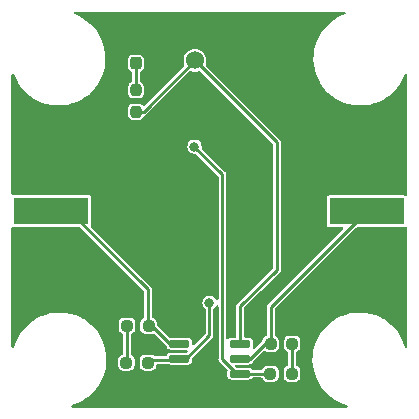
<source format=gbr>
%TF.GenerationSoftware,KiCad,Pcbnew,7.0.7*%
%TF.CreationDate,2023-11-07T19:32:12-06:00*%
%TF.ProjectId,TIAs,54494173-2e6b-4696-9361-645f70636258,rev?*%
%TF.SameCoordinates,Original*%
%TF.FileFunction,Copper,L1,Top*%
%TF.FilePolarity,Positive*%
%FSLAX46Y46*%
G04 Gerber Fmt 4.6, Leading zero omitted, Abs format (unit mm)*
G04 Created by KiCad (PCBNEW 7.0.7) date 2023-11-07 19:32:12*
%MOMM*%
%LPD*%
G01*
G04 APERTURE LIST*
G04 Aperture macros list*
%AMRoundRect*
0 Rectangle with rounded corners*
0 $1 Rounding radius*
0 $2 $3 $4 $5 $6 $7 $8 $9 X,Y pos of 4 corners*
0 Add a 4 corners polygon primitive as box body*
4,1,4,$2,$3,$4,$5,$6,$7,$8,$9,$2,$3,0*
0 Add four circle primitives for the rounded corners*
1,1,$1+$1,$2,$3*
1,1,$1+$1,$4,$5*
1,1,$1+$1,$6,$7*
1,1,$1+$1,$8,$9*
0 Add four rect primitives between the rounded corners*
20,1,$1+$1,$2,$3,$4,$5,0*
20,1,$1+$1,$4,$5,$6,$7,0*
20,1,$1+$1,$6,$7,$8,$9,0*
20,1,$1+$1,$8,$9,$2,$3,0*%
G04 Aperture macros list end*
%TA.AperFunction,SMDPad,CuDef*%
%ADD10RoundRect,0.150000X-0.725000X-0.150000X0.725000X-0.150000X0.725000X0.150000X-0.725000X0.150000X0*%
%TD*%
%TA.AperFunction,SMDPad,CuDef*%
%ADD11RoundRect,0.237500X0.250000X0.237500X-0.250000X0.237500X-0.250000X-0.237500X0.250000X-0.237500X0*%
%TD*%
%TA.AperFunction,SMDPad,CuDef*%
%ADD12RoundRect,0.237500X-0.237500X0.287500X-0.237500X-0.287500X0.237500X-0.287500X0.237500X0.287500X0*%
%TD*%
%TA.AperFunction,SMDPad,CuDef*%
%ADD13RoundRect,0.237500X-0.250000X-0.237500X0.250000X-0.237500X0.250000X0.237500X-0.250000X0.237500X0*%
%TD*%
%TA.AperFunction,ComponentPad*%
%ADD14C,1.524000*%
%TD*%
%TA.AperFunction,SMDPad,CuDef*%
%ADD15R,6.350000X2.286000*%
%TD*%
%TA.AperFunction,SMDPad,CuDef*%
%ADD16R,5.080000X2.413000*%
%TD*%
%TA.AperFunction,SMDPad,CuDef*%
%ADD17RoundRect,0.237500X0.237500X-0.250000X0.237500X0.250000X-0.237500X0.250000X-0.237500X-0.250000X0*%
%TD*%
%TA.AperFunction,ComponentPad*%
%ADD18C,0.800000*%
%TD*%
%TA.AperFunction,ViaPad*%
%ADD19C,0.800000*%
%TD*%
%TA.AperFunction,Conductor*%
%ADD20C,0.254000*%
%TD*%
%TA.AperFunction,Conductor*%
%ADD21C,0.250000*%
%TD*%
G04 APERTURE END LIST*
D10*
%TO.P,U1,1*%
%TO.N,Net-(Conn2-Tip)*%
X88255400Y-90601800D03*
%TO.P,U1,2,-*%
%TO.N,Net-(D1-K)*%
X88255400Y-91871800D03*
%TO.P,U1,3,+*%
%TO.N,GND*%
X88255400Y-93141800D03*
%TO.P,U1,4,V-*%
X88255400Y-94411800D03*
%TO.P,U1,5,+*%
X93405400Y-94411800D03*
%TO.P,U1,6,-*%
%TO.N,Net-(D2-K)*%
X93405400Y-93141800D03*
%TO.P,U1,7*%
%TO.N,Net-(Conn3-Tip)*%
X93405400Y-91871800D03*
%TO.P,U1,8,V+*%
%TO.N,+3V3*%
X93405400Y-90601800D03*
%TD*%
D11*
%TO.P,R1,1*%
%TO.N,Net-(D1-K)*%
X85596100Y-92202000D03*
%TO.P,R1,2*%
%TO.N,Net-(R1-Pad2)*%
X83771100Y-92202000D03*
%TD*%
D12*
%TO.P,D3,1,K*%
%TO.N,GND*%
X84582000Y-65114200D03*
%TO.P,D3,2,A*%
%TO.N,Net-(D3-A)*%
X84582000Y-66864200D03*
%TD*%
D13*
%TO.P,R2,1*%
%TO.N,Net-(R1-Pad2)*%
X83821900Y-89103200D03*
%TO.P,R2,2*%
%TO.N,Net-(Conn2-Tip)*%
X85646900Y-89103200D03*
%TD*%
D14*
%TO.P,Conn1,1*%
%TO.N,+3V3*%
X89573100Y-66624200D03*
%TO.P,Conn1,2*%
%TO.N,GND*%
X92113100Y-66624200D03*
%TD*%
D15*
%TO.P,Conn3,1,Tip*%
%TO.N,Net-(Conn3-Tip)*%
X104114600Y-79400400D03*
D16*
%TO.P,Conn3,2,Sleve*%
%TO.N,GND*%
X104749600Y-84988400D03*
X104749600Y-73812400D03*
%TD*%
D11*
%TO.P,R5,1*%
%TO.N,Net-(R3-Pad2)*%
X97799500Y-90627200D03*
%TO.P,R5,2*%
%TO.N,Net-(Conn3-Tip)*%
X95974500Y-90627200D03*
%TD*%
D13*
%TO.P,R3,1*%
%TO.N,Net-(D2-K)*%
X95963100Y-93167200D03*
%TO.P,R3,2*%
%TO.N,Net-(R3-Pad2)*%
X97788100Y-93167200D03*
%TD*%
D15*
%TO.P,Conn2,1,Tip*%
%TO.N,Net-(Conn2-Tip)*%
X77393800Y-79349600D03*
D16*
%TO.P,Conn2,2,Sleve*%
%TO.N,GND*%
X76758800Y-73761600D03*
X76758800Y-84937600D03*
%TD*%
D17*
%TO.P,R4,1*%
%TO.N,+3V3*%
X84582000Y-70965700D03*
%TO.P,R4,2*%
%TO.N,Net-(D3-A)*%
X84582000Y-69140700D03*
%TD*%
D18*
%TO.P,D2,1,K*%
%TO.N,Net-(D2-K)*%
X89535000Y-73914000D03*
%TO.P,D2,2,A*%
%TO.N,GND*%
X92075000Y-73914000D03*
%TD*%
%TO.P,D1,1,K*%
%TO.N,Net-(D1-K)*%
X90805000Y-87132000D03*
%TO.P,D1,2,C*%
%TO.N,GND*%
X93355000Y-84582000D03*
%TO.P,D1,3,A*%
X90805000Y-82032000D03*
%TD*%
D19*
%TO.N,GND*%
X99517200Y-86614000D03*
X82143600Y-86258400D03*
%TD*%
D20*
%TO.N,+3V3*%
X89573100Y-66624200D02*
X85231600Y-70965700D01*
X85231600Y-70965700D02*
X84582000Y-70965700D01*
X96520000Y-84328000D02*
X96520000Y-73571100D01*
X93405400Y-90601800D02*
X93405400Y-87442600D01*
X96520000Y-73571100D02*
X89573100Y-66624200D01*
X93405400Y-87442600D02*
X96520000Y-84328000D01*
%TO.N,Net-(D3-A)*%
X84582000Y-69140700D02*
X84582000Y-66864200D01*
%TO.N,Net-(D1-K)*%
X90805000Y-89890600D02*
X90805000Y-87132000D01*
X88255400Y-91871800D02*
X88823800Y-91871800D01*
X88128400Y-91998800D02*
X85761800Y-91998800D01*
X88255400Y-91871800D02*
X88128400Y-91998800D01*
X85761800Y-91998800D02*
X85558600Y-92202000D01*
X88823800Y-91871800D02*
X90805000Y-89890600D01*
%TO.N,Net-(R1-Pad2)*%
X83808600Y-89154000D02*
X83859400Y-89103200D01*
X83808600Y-92202000D02*
X83808600Y-89154000D01*
%TO.N,Net-(Conn2-Tip)*%
X78943200Y-79349600D02*
X85609400Y-86015800D01*
X77393800Y-79349600D02*
X78943200Y-79349600D01*
X85609400Y-86015800D02*
X85609400Y-89103200D01*
X85953600Y-89103200D02*
X87452200Y-90601800D01*
X85609400Y-89103200D02*
X85953600Y-89103200D01*
X87452200Y-90601800D02*
X88255400Y-90601800D01*
%TO.N,Net-(D2-K)*%
X91897200Y-76276200D02*
X91897200Y-91913180D01*
X93125820Y-93141800D02*
X93405400Y-93141800D01*
X95937700Y-93141800D02*
X95963100Y-93167200D01*
X91897200Y-91913180D02*
X93125820Y-93141800D01*
X89535000Y-73914000D02*
X91897200Y-76276200D01*
X93405400Y-93141800D02*
X95937700Y-93141800D01*
D21*
%TO.N,Net-(R3-Pad2)*%
X97799500Y-90627200D02*
X97799500Y-93155800D01*
X97799500Y-93155800D02*
X97788100Y-93167200D01*
D20*
%TO.N,Net-(Conn3-Tip)*%
X96012000Y-87503000D02*
X96012000Y-90589700D01*
X95974500Y-90627200D02*
X95504000Y-90627200D01*
X95504000Y-90627200D02*
X94259400Y-91871800D01*
X104114600Y-79400400D02*
X96012000Y-87503000D01*
X94259400Y-91871800D02*
X93405400Y-91871800D01*
X96012000Y-90589700D02*
X95974500Y-90627200D01*
%TD*%
%TA.AperFunction,Conductor*%
%TO.N,GND*%
G36*
X74189696Y-80691239D02*
G01*
X74199050Y-80693100D01*
X74199052Y-80693100D01*
X79772184Y-80693100D01*
X79839223Y-80712785D01*
X79859865Y-80729419D01*
X85245581Y-86115135D01*
X85279066Y-86176458D01*
X85281900Y-86202816D01*
X85281900Y-88353918D01*
X85262215Y-88420957D01*
X85209411Y-88466712D01*
X85198856Y-88470959D01*
X85189923Y-88474084D01*
X85083689Y-88552488D01*
X85083688Y-88552489D01*
X85005284Y-88658723D01*
X84961674Y-88783350D01*
X84958900Y-88812939D01*
X84958900Y-89393460D01*
X84961674Y-89423049D01*
X85005284Y-89547676D01*
X85083688Y-89653910D01*
X85083689Y-89653911D01*
X85189923Y-89732315D01*
X85189924Y-89732315D01*
X85189925Y-89732316D01*
X85314551Y-89775925D01*
X85314550Y-89775925D01*
X85344140Y-89778700D01*
X85344144Y-89778700D01*
X85949660Y-89778700D01*
X85969384Y-89776850D01*
X85979249Y-89775925D01*
X86041955Y-89753982D01*
X86111729Y-89750420D01*
X86170589Y-89783343D01*
X87152103Y-90764858D01*
X87185588Y-90826181D01*
X87187126Y-90834659D01*
X87189826Y-90853189D01*
X87189827Y-90853193D01*
X87228860Y-90933037D01*
X87241203Y-90958285D01*
X87323914Y-91040996D01*
X87323915Y-91040996D01*
X87323917Y-91040998D01*
X87429007Y-91092373D01*
X87463073Y-91097336D01*
X87497139Y-91102300D01*
X88830784Y-91102300D01*
X88897823Y-91121985D01*
X88943578Y-91174789D01*
X88953522Y-91243947D01*
X88924497Y-91307503D01*
X88918465Y-91313981D01*
X88897465Y-91334981D01*
X88836142Y-91368466D01*
X88809784Y-91371300D01*
X87497139Y-91371300D01*
X87429008Y-91381226D01*
X87323914Y-91432603D01*
X87241203Y-91515314D01*
X87198943Y-91601760D01*
X87151815Y-91653343D01*
X87087542Y-91671300D01*
X86227228Y-91671300D01*
X86160189Y-91651615D01*
X86153595Y-91647070D01*
X86053076Y-91572884D01*
X85928448Y-91529274D01*
X85928449Y-91529274D01*
X85898860Y-91526500D01*
X85898856Y-91526500D01*
X85293344Y-91526500D01*
X85293340Y-91526500D01*
X85263750Y-91529274D01*
X85139123Y-91572884D01*
X85032889Y-91651288D01*
X85032888Y-91651289D01*
X84954484Y-91757523D01*
X84910874Y-91882150D01*
X84908100Y-91911739D01*
X84908100Y-92492260D01*
X84910874Y-92521849D01*
X84954484Y-92646476D01*
X85032888Y-92752710D01*
X85032889Y-92752711D01*
X85139123Y-92831115D01*
X85139124Y-92831115D01*
X85139125Y-92831116D01*
X85263751Y-92874725D01*
X85263750Y-92874725D01*
X85293340Y-92877500D01*
X85293344Y-92877500D01*
X85898860Y-92877500D01*
X85928449Y-92874725D01*
X86053075Y-92831116D01*
X86159311Y-92752711D01*
X86237716Y-92646475D01*
X86281325Y-92521849D01*
X86282164Y-92512901D01*
X86284100Y-92492260D01*
X86284100Y-92450300D01*
X86303785Y-92383261D01*
X86356589Y-92337506D01*
X86408100Y-92326300D01*
X87326530Y-92326300D01*
X87380989Y-92338898D01*
X87429007Y-92362373D01*
X87463073Y-92367336D01*
X87497139Y-92372300D01*
X87497140Y-92372300D01*
X89013661Y-92372300D01*
X89036370Y-92368990D01*
X89081793Y-92362373D01*
X89186883Y-92310998D01*
X89269598Y-92228283D01*
X89320973Y-92123193D01*
X89330900Y-92055060D01*
X89330900Y-91879216D01*
X89350585Y-91812177D01*
X89367219Y-91791535D01*
X90190348Y-90968406D01*
X91024561Y-90134192D01*
X91028523Y-90130561D01*
X91059750Y-90104360D01*
X91080133Y-90069054D01*
X91083018Y-90064526D01*
X91106394Y-90031143D01*
X91106394Y-90031140D01*
X91108548Y-90026520D01*
X91115752Y-90009131D01*
X91117493Y-90004344D01*
X91117497Y-90004339D01*
X91124576Y-89964186D01*
X91125732Y-89958968D01*
X91136287Y-89919584D01*
X91132735Y-89878997D01*
X91132500Y-89873594D01*
X91132500Y-87698764D01*
X91152185Y-87631725D01*
X91181014Y-87600388D01*
X91209860Y-87578254D01*
X91233282Y-87560282D01*
X91329536Y-87434841D01*
X91331138Y-87430972D01*
X91333365Y-87428209D01*
X91333599Y-87427804D01*
X91333662Y-87427840D01*
X91374977Y-87376569D01*
X91441271Y-87354502D01*
X91508971Y-87371780D01*
X91556583Y-87422916D01*
X91569700Y-87478423D01*
X91569700Y-91896174D01*
X91569464Y-91901581D01*
X91565912Y-91942163D01*
X91576457Y-91981515D01*
X91577628Y-91986798D01*
X91584703Y-92026920D01*
X91586432Y-92031671D01*
X91593668Y-92049139D01*
X91595806Y-92053724D01*
X91619172Y-92087094D01*
X91622079Y-92091658D01*
X91642447Y-92126937D01*
X91642451Y-92126941D01*
X91673663Y-92153131D01*
X91677642Y-92156776D01*
X92005270Y-92484404D01*
X92304919Y-92784053D01*
X92338404Y-92845376D01*
X92339943Y-92889611D01*
X92339827Y-92890406D01*
X92339827Y-92890407D01*
X92329900Y-92958540D01*
X92329900Y-92958543D01*
X92329900Y-92958544D01*
X92329900Y-93325060D01*
X92339826Y-93393191D01*
X92391203Y-93498285D01*
X92473914Y-93580996D01*
X92473915Y-93580996D01*
X92473917Y-93580998D01*
X92579007Y-93632373D01*
X92613073Y-93637336D01*
X92647139Y-93642300D01*
X92647140Y-93642300D01*
X94163661Y-93642300D01*
X94186371Y-93638991D01*
X94231793Y-93632373D01*
X94336883Y-93580998D01*
X94365536Y-93552345D01*
X94412263Y-93505619D01*
X94473586Y-93472134D01*
X94499944Y-93469300D01*
X95183682Y-93469300D01*
X95250721Y-93488985D01*
X95296476Y-93541789D01*
X95300723Y-93552345D01*
X95321484Y-93611675D01*
X95321484Y-93611676D01*
X95399888Y-93717910D01*
X95399889Y-93717911D01*
X95506123Y-93796315D01*
X95506124Y-93796315D01*
X95506125Y-93796316D01*
X95630751Y-93839925D01*
X95630750Y-93839925D01*
X95660340Y-93842700D01*
X95660344Y-93842700D01*
X96265860Y-93842700D01*
X96295449Y-93839925D01*
X96295449Y-93839924D01*
X96420075Y-93796316D01*
X96526311Y-93717911D01*
X96604716Y-93611675D01*
X96648325Y-93487049D01*
X96649724Y-93472134D01*
X96651100Y-93457460D01*
X97100100Y-93457460D01*
X97102874Y-93487049D01*
X97146484Y-93611676D01*
X97224888Y-93717910D01*
X97224889Y-93717911D01*
X97331123Y-93796315D01*
X97331124Y-93796315D01*
X97331125Y-93796316D01*
X97455751Y-93839925D01*
X97455750Y-93839925D01*
X97485340Y-93842700D01*
X97485344Y-93842700D01*
X98090860Y-93842700D01*
X98120449Y-93839925D01*
X98120448Y-93839924D01*
X98245075Y-93796316D01*
X98351311Y-93717911D01*
X98429716Y-93611675D01*
X98473325Y-93487049D01*
X98474724Y-93472134D01*
X98476100Y-93457460D01*
X98476100Y-92876939D01*
X98473325Y-92847350D01*
X98429715Y-92722723D01*
X98351311Y-92616489D01*
X98351310Y-92616488D01*
X98245076Y-92538084D01*
X98245077Y-92538084D01*
X98208044Y-92525126D01*
X98151269Y-92484404D01*
X98125522Y-92419451D01*
X98125000Y-92408085D01*
X98125000Y-91390303D01*
X98144685Y-91323264D01*
X98197489Y-91277509D01*
X98208022Y-91273270D01*
X98256475Y-91256316D01*
X98362711Y-91177911D01*
X98441116Y-91071675D01*
X98484725Y-90947049D01*
X98484725Y-90947048D01*
X98487500Y-90917460D01*
X98487500Y-90336939D01*
X98484725Y-90307350D01*
X98441115Y-90182723D01*
X98362711Y-90076489D01*
X98362710Y-90076488D01*
X98256476Y-89998084D01*
X98131848Y-89954474D01*
X98131849Y-89954474D01*
X98102260Y-89951700D01*
X98102256Y-89951700D01*
X97496744Y-89951700D01*
X97496740Y-89951700D01*
X97467150Y-89954474D01*
X97342523Y-89998084D01*
X97236289Y-90076488D01*
X97236288Y-90076489D01*
X97157884Y-90182723D01*
X97114274Y-90307350D01*
X97111500Y-90336939D01*
X97111500Y-90917460D01*
X97114274Y-90947049D01*
X97157884Y-91071676D01*
X97236288Y-91177910D01*
X97236289Y-91177911D01*
X97341492Y-91255554D01*
X97342525Y-91256316D01*
X97390957Y-91273263D01*
X97447730Y-91313982D01*
X97473478Y-91378935D01*
X97474000Y-91390303D01*
X97474000Y-92400107D01*
X97454315Y-92467146D01*
X97401511Y-92512901D01*
X97390955Y-92517148D01*
X97331124Y-92538084D01*
X97331123Y-92538084D01*
X97224889Y-92616488D01*
X97224888Y-92616489D01*
X97146484Y-92722723D01*
X97102874Y-92847350D01*
X97100100Y-92876939D01*
X97100100Y-93457460D01*
X96651100Y-93457460D01*
X96651100Y-92876939D01*
X96648325Y-92847350D01*
X96604715Y-92722723D01*
X96526311Y-92616489D01*
X96526310Y-92616488D01*
X96420076Y-92538084D01*
X96295448Y-92494474D01*
X96295449Y-92494474D01*
X96265860Y-92491700D01*
X96265856Y-92491700D01*
X95660344Y-92491700D01*
X95660340Y-92491700D01*
X95630750Y-92494474D01*
X95506123Y-92538084D01*
X95399889Y-92616488D01*
X95399888Y-92616489D01*
X95321484Y-92722723D01*
X95321484Y-92722724D01*
X95318499Y-92731255D01*
X95277777Y-92788031D01*
X95212824Y-92813778D01*
X95201458Y-92814300D01*
X94499944Y-92814300D01*
X94432905Y-92794615D01*
X94412263Y-92777981D01*
X94336885Y-92702603D01*
X94231791Y-92651226D01*
X94163661Y-92641300D01*
X94163660Y-92641300D01*
X93139836Y-92641300D01*
X93072797Y-92621615D01*
X93052155Y-92604981D01*
X93031155Y-92583981D01*
X92997670Y-92522658D01*
X93002654Y-92452966D01*
X93044526Y-92397033D01*
X93109990Y-92372616D01*
X93118836Y-92372300D01*
X94163661Y-92372300D01*
X94186371Y-92368990D01*
X94231793Y-92362373D01*
X94336883Y-92310998D01*
X94419598Y-92228283D01*
X94457325Y-92151109D01*
X94473731Y-92125869D01*
X94499366Y-92095317D01*
X94502986Y-92091366D01*
X95338800Y-91255552D01*
X95400121Y-91222069D01*
X95469813Y-91227053D01*
X95500110Y-91243463D01*
X95517525Y-91256316D01*
X95642151Y-91299925D01*
X95642150Y-91299925D01*
X95671740Y-91302700D01*
X95671744Y-91302700D01*
X96277260Y-91302700D01*
X96306849Y-91299925D01*
X96338316Y-91288914D01*
X96431475Y-91256316D01*
X96537711Y-91177911D01*
X96616116Y-91071675D01*
X96659725Y-90947049D01*
X96662500Y-90917460D01*
X96662500Y-90336939D01*
X96659725Y-90307350D01*
X96616115Y-90182723D01*
X96537711Y-90076489D01*
X96537710Y-90076488D01*
X96431476Y-89998084D01*
X96422544Y-89994959D01*
X96365769Y-89954237D01*
X96340022Y-89889284D01*
X96339500Y-89877918D01*
X96339500Y-87690016D01*
X96359185Y-87622977D01*
X96375819Y-87602335D01*
X103197936Y-80780219D01*
X103259259Y-80746734D01*
X103285617Y-80743900D01*
X107309350Y-80743900D01*
X107309351Y-80743899D01*
X107329018Y-80739987D01*
X107367828Y-80732268D01*
X107367828Y-80732267D01*
X107367831Y-80732267D01*
X107375609Y-80727069D01*
X107442286Y-80706192D01*
X107509666Y-80724676D01*
X107556357Y-80776655D01*
X107568500Y-80830172D01*
X107568500Y-90820243D01*
X107548815Y-90887282D01*
X107496011Y-90933037D01*
X107426853Y-90942981D01*
X107363297Y-90913956D01*
X107325523Y-90855178D01*
X107325135Y-90853827D01*
X107276469Y-90680862D01*
X107276465Y-90680848D01*
X107131564Y-90311646D01*
X107131559Y-90311634D01*
X107013635Y-90081615D01*
X106950609Y-89958677D01*
X106735414Y-89625491D01*
X106488114Y-89315386D01*
X106488111Y-89315383D01*
X106488104Y-89315374D01*
X106211176Y-89031455D01*
X106211173Y-89031452D01*
X106211172Y-89031451D01*
X106211167Y-89031446D01*
X105907324Y-88776492D01*
X105834613Y-88726918D01*
X105579605Y-88553057D01*
X105463494Y-88489826D01*
X105231270Y-88363364D01*
X105231262Y-88363360D01*
X105231259Y-88363359D01*
X104865777Y-88209296D01*
X104865761Y-88209290D01*
X104486764Y-88092385D01*
X104486751Y-88092382D01*
X104098000Y-88013794D01*
X104097979Y-88013791D01*
X103703320Y-87974300D01*
X103703319Y-87974300D01*
X103405899Y-87974300D01*
X103405897Y-87974300D01*
X103108855Y-87989124D01*
X102716647Y-88048241D01*
X102332272Y-88146114D01*
X101959549Y-88281774D01*
X101602191Y-88453869D01*
X101263753Y-88660684D01*
X101263742Y-88660692D01*
X100947575Y-88900180D01*
X100947572Y-88900182D01*
X100656813Y-89169968D01*
X100394365Y-89467359D01*
X100162839Y-89789393D01*
X100162826Y-89789413D01*
X99964516Y-90132896D01*
X99801382Y-90494437D01*
X99675059Y-90870419D01*
X99586799Y-91257111D01*
X99537478Y-91650681D01*
X99527590Y-92047173D01*
X99527590Y-92047187D01*
X99557230Y-92442711D01*
X99557231Y-92442724D01*
X99626108Y-92833339D01*
X99733530Y-93215137D01*
X99733534Y-93215151D01*
X99878435Y-93584353D01*
X99878440Y-93584365D01*
X100059386Y-93937314D01*
X100059391Y-93937323D01*
X100274586Y-94270509D01*
X100521886Y-94580614D01*
X100521895Y-94580625D01*
X100798823Y-94864544D01*
X100798833Y-94864554D01*
X101102676Y-95119508D01*
X101430394Y-95342942D01*
X101778730Y-95532636D01*
X102144223Y-95686704D01*
X102144232Y-95686706D01*
X102144238Y-95686709D01*
X102411048Y-95769009D01*
X102469307Y-95807579D01*
X102497464Y-95871524D01*
X102486581Y-95940541D01*
X102440113Y-95992717D01*
X102374498Y-96011500D01*
X79239801Y-96011500D01*
X79172762Y-95991815D01*
X79127007Y-95939011D01*
X79117063Y-95869853D01*
X79146088Y-95806297D01*
X79204866Y-95768523D01*
X79209203Y-95767334D01*
X79277726Y-95749886D01*
X79650445Y-95614228D01*
X80007803Y-95442133D01*
X80346251Y-95235312D01*
X80662424Y-94995820D01*
X80953181Y-94726037D01*
X81215631Y-94428645D01*
X81447166Y-94106600D01*
X81645485Y-93763101D01*
X81808617Y-93401563D01*
X81934941Y-93025578D01*
X82023201Y-92638885D01*
X82041576Y-92492260D01*
X83083100Y-92492260D01*
X83085874Y-92521849D01*
X83129484Y-92646476D01*
X83207888Y-92752710D01*
X83207889Y-92752711D01*
X83314123Y-92831115D01*
X83314124Y-92831115D01*
X83314125Y-92831116D01*
X83438751Y-92874725D01*
X83438750Y-92874725D01*
X83468340Y-92877500D01*
X83468344Y-92877500D01*
X84073860Y-92877500D01*
X84103449Y-92874725D01*
X84103448Y-92874725D01*
X84228075Y-92831116D01*
X84334311Y-92752711D01*
X84412716Y-92646475D01*
X84456325Y-92521849D01*
X84457164Y-92512901D01*
X84459100Y-92492260D01*
X84459100Y-91911739D01*
X84456325Y-91882150D01*
X84412715Y-91757523D01*
X84334311Y-91651289D01*
X84334310Y-91651288D01*
X84228076Y-91572884D01*
X84219144Y-91569759D01*
X84162369Y-91529037D01*
X84136622Y-91464084D01*
X84136100Y-91452718D01*
X84136100Y-90676493D01*
X84136100Y-89870253D01*
X84155784Y-89803218D01*
X84208587Y-89757463D01*
X84219121Y-89753225D01*
X84278875Y-89732316D01*
X84385111Y-89653911D01*
X84463516Y-89547675D01*
X84507125Y-89423049D01*
X84509900Y-89393456D01*
X84509900Y-88812944D01*
X84507125Y-88783351D01*
X84463516Y-88658725D01*
X84385111Y-88552489D01*
X84385110Y-88552488D01*
X84278876Y-88474084D01*
X84154248Y-88430474D01*
X84154249Y-88430474D01*
X84124660Y-88427700D01*
X84124656Y-88427700D01*
X83519144Y-88427700D01*
X83519140Y-88427700D01*
X83489550Y-88430474D01*
X83364923Y-88474084D01*
X83258689Y-88552488D01*
X83258688Y-88552489D01*
X83180284Y-88658723D01*
X83136674Y-88783350D01*
X83133900Y-88812939D01*
X83133900Y-89393460D01*
X83136674Y-89423049D01*
X83180284Y-89547676D01*
X83258688Y-89653910D01*
X83258689Y-89653911D01*
X83364922Y-89732314D01*
X83364927Y-89732317D01*
X83398053Y-89743908D01*
X83454830Y-89784629D01*
X83480578Y-89849582D01*
X83481100Y-89860950D01*
X83481100Y-91426473D01*
X83461415Y-91493512D01*
X83408611Y-91539267D01*
X83398056Y-91543514D01*
X83314123Y-91572884D01*
X83207889Y-91651288D01*
X83207888Y-91651289D01*
X83129484Y-91757523D01*
X83085874Y-91882150D01*
X83083100Y-91911739D01*
X83083100Y-92492260D01*
X82041576Y-92492260D01*
X82072521Y-92245325D01*
X82077462Y-92047173D01*
X82082409Y-91848826D01*
X82082409Y-91848810D01*
X82067761Y-91653343D01*
X82052769Y-91453280D01*
X81983893Y-91062668D01*
X81977795Y-91040996D01*
X81876469Y-90680862D01*
X81876465Y-90680848D01*
X81731564Y-90311646D01*
X81731559Y-90311634D01*
X81613635Y-90081615D01*
X81550609Y-89958677D01*
X81335414Y-89625491D01*
X81088114Y-89315386D01*
X81088111Y-89315383D01*
X81088104Y-89315374D01*
X80811176Y-89031455D01*
X80811173Y-89031452D01*
X80811172Y-89031451D01*
X80811167Y-89031446D01*
X80507324Y-88776492D01*
X80434613Y-88726918D01*
X80179605Y-88553057D01*
X80063493Y-88489826D01*
X79831270Y-88363364D01*
X79831262Y-88363360D01*
X79831259Y-88363359D01*
X79465777Y-88209296D01*
X79465761Y-88209290D01*
X79086764Y-88092385D01*
X79086751Y-88092382D01*
X78698000Y-88013794D01*
X78697979Y-88013791D01*
X78303320Y-87974300D01*
X78303319Y-87974300D01*
X78005899Y-87974300D01*
X78005897Y-87974300D01*
X77708855Y-87989124D01*
X77316647Y-88048241D01*
X76932272Y-88146114D01*
X76559549Y-88281774D01*
X76202191Y-88453869D01*
X75863753Y-88660684D01*
X75863742Y-88660692D01*
X75547575Y-88900180D01*
X75547572Y-88900182D01*
X75256813Y-89169968D01*
X74994365Y-89467359D01*
X74762839Y-89789393D01*
X74762826Y-89789413D01*
X74564516Y-90132896D01*
X74401382Y-90494437D01*
X74283043Y-90846658D01*
X74243032Y-90903938D01*
X74178406Y-90930493D01*
X74109682Y-90917892D01*
X74058679Y-90870137D01*
X74041500Y-90807166D01*
X74041500Y-80812855D01*
X74061185Y-80745816D01*
X74113989Y-80700061D01*
X74183147Y-80690117D01*
X74189696Y-80691239D01*
G37*
%TD.AperFunction*%
%TA.AperFunction,Conductor*%
G36*
X102270825Y-62504185D02*
G01*
X102316580Y-62556989D01*
X102326524Y-62626147D01*
X102297499Y-62689703D01*
X102246196Y-62725022D01*
X102041969Y-62799354D01*
X101684611Y-62971449D01*
X101346173Y-63178264D01*
X101346162Y-63178272D01*
X101029995Y-63417760D01*
X101029992Y-63417762D01*
X100739233Y-63687548D01*
X100476785Y-63984939D01*
X100245259Y-64306973D01*
X100245246Y-64306993D01*
X100046936Y-64650476D01*
X99883802Y-65012017D01*
X99757479Y-65387999D01*
X99669219Y-65774691D01*
X99619898Y-66168261D01*
X99610010Y-66564753D01*
X99610010Y-66564767D01*
X99639650Y-66960291D01*
X99639651Y-66960304D01*
X99708528Y-67350919D01*
X99815950Y-67732717D01*
X99815954Y-67732731D01*
X99960855Y-68101933D01*
X99960860Y-68101945D01*
X100141806Y-68454894D01*
X100141817Y-68454913D01*
X100170346Y-68499084D01*
X100357006Y-68788089D01*
X100483111Y-68946220D01*
X100604315Y-69098205D01*
X100881243Y-69382124D01*
X100881253Y-69382134D01*
X101185096Y-69637088D01*
X101512814Y-69860522D01*
X101861150Y-70050216D01*
X102226643Y-70204284D01*
X102226652Y-70204286D01*
X102226658Y-70204289D01*
X102605655Y-70321194D01*
X102605668Y-70321197D01*
X102994419Y-70399785D01*
X102994434Y-70399788D01*
X103332720Y-70433638D01*
X103389100Y-70439280D01*
X103389101Y-70439280D01*
X103686523Y-70439280D01*
X103884550Y-70429396D01*
X103983565Y-70424455D01*
X104375773Y-70365339D01*
X104760146Y-70267466D01*
X105132865Y-70131808D01*
X105490223Y-69959713D01*
X105828671Y-69752892D01*
X106144844Y-69513400D01*
X106435601Y-69243617D01*
X106698051Y-68946225D01*
X106929586Y-68624180D01*
X107127905Y-68280681D01*
X107291037Y-67919143D01*
X107326957Y-67812231D01*
X107366967Y-67754953D01*
X107431594Y-67728397D01*
X107500318Y-67740998D01*
X107551320Y-67788753D01*
X107568500Y-67851724D01*
X107568500Y-77970627D01*
X107548815Y-78037666D01*
X107496011Y-78083421D01*
X107426853Y-78093365D01*
X107375612Y-78073731D01*
X107367832Y-78068533D01*
X107367829Y-78068531D01*
X107309352Y-78056900D01*
X107309348Y-78056900D01*
X100919852Y-78056900D01*
X100919847Y-78056900D01*
X100861370Y-78068531D01*
X100861369Y-78068532D01*
X100795047Y-78112847D01*
X100750732Y-78179169D01*
X100750731Y-78179170D01*
X100739100Y-78237647D01*
X100739100Y-80563152D01*
X100750731Y-80621629D01*
X100750732Y-80621630D01*
X100795047Y-80687952D01*
X100861369Y-80732267D01*
X100861370Y-80732268D01*
X100919847Y-80743899D01*
X100919850Y-80743900D01*
X100919852Y-80743900D01*
X102008583Y-80743900D01*
X102075622Y-80763585D01*
X102121377Y-80816389D01*
X102131321Y-80885547D01*
X102102296Y-80949103D01*
X102096264Y-80955581D01*
X95792451Y-87259393D01*
X95788462Y-87263049D01*
X95757250Y-87289239D01*
X95757248Y-87289241D01*
X95736876Y-87324526D01*
X95733971Y-87329087D01*
X95710604Y-87362459D01*
X95708473Y-87367028D01*
X95701225Y-87384528D01*
X95699502Y-87389264D01*
X95692427Y-87429383D01*
X95691256Y-87434662D01*
X95680713Y-87474015D01*
X95680712Y-87474015D01*
X95684263Y-87514595D01*
X95684499Y-87520001D01*
X95684499Y-89851673D01*
X95664814Y-89918712D01*
X95612010Y-89964467D01*
X95601456Y-89968714D01*
X95517522Y-89998085D01*
X95411289Y-90076488D01*
X95411288Y-90076489D01*
X95332884Y-90182723D01*
X95289274Y-90307350D01*
X95286229Y-90339830D01*
X95285203Y-90339733D01*
X95263731Y-90401870D01*
X95250370Y-90417673D01*
X94667514Y-91000529D01*
X94606191Y-91034014D01*
X94536499Y-91029030D01*
X94480566Y-90987158D01*
X94456149Y-90921694D01*
X94468435Y-90858384D01*
X94470973Y-90853193D01*
X94480900Y-90785060D01*
X94480900Y-90418540D01*
X94470973Y-90350407D01*
X94419598Y-90245317D01*
X94419596Y-90245315D01*
X94419596Y-90245314D01*
X94336885Y-90162603D01*
X94231791Y-90111226D01*
X94163661Y-90101300D01*
X94163660Y-90101300D01*
X93856900Y-90101300D01*
X93789861Y-90081615D01*
X93744106Y-90028811D01*
X93732900Y-89977300D01*
X93732900Y-87629616D01*
X93752585Y-87562577D01*
X93769219Y-87541935D01*
X95196019Y-86115135D01*
X96739561Y-84571592D01*
X96743522Y-84567962D01*
X96774750Y-84541760D01*
X96795119Y-84506477D01*
X96798027Y-84501914D01*
X96821395Y-84468543D01*
X96823545Y-84463931D01*
X96830754Y-84446528D01*
X96832496Y-84441741D01*
X96832496Y-84441740D01*
X96832497Y-84441739D01*
X96839573Y-84401602D01*
X96840735Y-84396360D01*
X96851287Y-84356984D01*
X96847735Y-84316394D01*
X96847500Y-84310991D01*
X96847500Y-73588096D01*
X96847736Y-73582689D01*
X96851286Y-73542116D01*
X96851285Y-73542114D01*
X96840741Y-73502766D01*
X96839573Y-73497496D01*
X96832497Y-73457361D01*
X96832496Y-73457360D01*
X96832496Y-73457357D01*
X96830765Y-73452601D01*
X96823546Y-73435172D01*
X96821393Y-73430555D01*
X96798032Y-73397193D01*
X96795123Y-73392628D01*
X96774750Y-73357340D01*
X96774746Y-73357336D01*
X96743535Y-73331146D01*
X96739546Y-73327491D01*
X90505164Y-67093109D01*
X90471679Y-67031786D01*
X90474183Y-66969435D01*
X90521673Y-66812883D01*
X90540257Y-66624200D01*
X90521673Y-66435517D01*
X90466637Y-66254085D01*
X90438677Y-66201775D01*
X90377265Y-66086881D01*
X90377261Y-66086874D01*
X90256983Y-65940316D01*
X90110425Y-65820038D01*
X90110418Y-65820034D01*
X89943222Y-65730666D01*
X89943219Y-65730665D01*
X89943218Y-65730664D01*
X89943215Y-65730663D01*
X89761783Y-65675627D01*
X89761781Y-65675626D01*
X89761783Y-65675626D01*
X89590016Y-65658709D01*
X89573100Y-65657043D01*
X89573099Y-65657043D01*
X89384418Y-65675626D01*
X89277294Y-65708121D01*
X89202985Y-65730663D01*
X89202982Y-65730664D01*
X89202980Y-65730665D01*
X89202977Y-65730666D01*
X89035781Y-65820034D01*
X89035774Y-65820038D01*
X88889216Y-65940316D01*
X88768938Y-66086874D01*
X88768934Y-66086881D01*
X88679566Y-66254077D01*
X88679565Y-66254080D01*
X88679564Y-66254082D01*
X88679563Y-66254085D01*
X88657021Y-66328394D01*
X88624526Y-66435518D01*
X88605943Y-66624199D01*
X88624526Y-66812881D01*
X88672015Y-66969432D01*
X88672638Y-67039299D01*
X88641035Y-67093108D01*
X85319077Y-70415067D01*
X85257754Y-70448552D01*
X85188062Y-70443568D01*
X85140431Y-70407910D01*
X85139282Y-70409060D01*
X85132710Y-70402488D01*
X85026476Y-70324084D01*
X84901848Y-70280474D01*
X84901849Y-70280474D01*
X84872260Y-70277700D01*
X84872256Y-70277700D01*
X84291744Y-70277700D01*
X84291740Y-70277700D01*
X84262150Y-70280474D01*
X84137523Y-70324084D01*
X84031289Y-70402488D01*
X84031288Y-70402489D01*
X83952884Y-70508723D01*
X83909274Y-70633350D01*
X83906500Y-70662939D01*
X83906500Y-71268460D01*
X83909274Y-71298049D01*
X83952884Y-71422676D01*
X84031288Y-71528910D01*
X84031289Y-71528911D01*
X84137523Y-71607315D01*
X84137524Y-71607315D01*
X84137525Y-71607316D01*
X84262151Y-71650925D01*
X84262150Y-71650925D01*
X84291740Y-71653700D01*
X84291744Y-71653700D01*
X84872260Y-71653700D01*
X84901849Y-71650925D01*
X84901848Y-71650924D01*
X85026475Y-71607316D01*
X85132711Y-71528911D01*
X85211116Y-71422675D01*
X85232184Y-71362465D01*
X85272904Y-71305693D01*
X85327693Y-71281308D01*
X85345339Y-71278197D01*
X85345341Y-71278195D01*
X85350131Y-71276452D01*
X85367519Y-71269249D01*
X85372137Y-71267095D01*
X85372143Y-71267094D01*
X85405537Y-71243709D01*
X85410051Y-71240834D01*
X85445360Y-71220450D01*
X85471566Y-71189217D01*
X85475197Y-71185255D01*
X89104192Y-67556261D01*
X89165513Y-67522778D01*
X89227864Y-67525283D01*
X89384414Y-67572772D01*
X89384416Y-67572773D01*
X89402999Y-67574603D01*
X89573100Y-67591357D01*
X89761783Y-67572773D01*
X89918335Y-67525283D01*
X89988200Y-67524661D01*
X90042009Y-67556264D01*
X96156181Y-73670435D01*
X96189666Y-73731758D01*
X96192500Y-73758116D01*
X96192500Y-84140982D01*
X96172815Y-84208021D01*
X96156181Y-84228663D01*
X93185851Y-87198993D01*
X93181862Y-87202649D01*
X93150650Y-87228839D01*
X93150648Y-87228841D01*
X93130276Y-87264126D01*
X93127371Y-87268687D01*
X93104004Y-87302059D01*
X93101873Y-87306628D01*
X93094625Y-87324128D01*
X93092902Y-87328864D01*
X93085827Y-87368983D01*
X93084656Y-87374262D01*
X93074112Y-87413616D01*
X93077664Y-87454198D01*
X93077900Y-87459605D01*
X93077900Y-89977300D01*
X93058215Y-90044339D01*
X93005411Y-90090094D01*
X92953900Y-90101300D01*
X92647139Y-90101300D01*
X92579008Y-90111226D01*
X92473914Y-90162603D01*
X92436381Y-90200137D01*
X92375058Y-90233622D01*
X92305366Y-90228638D01*
X92249433Y-90186766D01*
X92225016Y-90121302D01*
X92224700Y-90112456D01*
X92224700Y-76293195D01*
X92224936Y-76287788D01*
X92228486Y-76247213D01*
X92217941Y-76207862D01*
X92216774Y-76202602D01*
X92209697Y-76162461D01*
X92209695Y-76162457D01*
X92207956Y-76157680D01*
X92200746Y-76140272D01*
X92198593Y-76135655D01*
X92175232Y-76102293D01*
X92172323Y-76097728D01*
X92151950Y-76062440D01*
X92151946Y-76062436D01*
X92120735Y-76036246D01*
X92116746Y-76032591D01*
X90167340Y-74083186D01*
X90133855Y-74021863D01*
X90132082Y-73979319D01*
X90140682Y-73914000D01*
X90140682Y-73913998D01*
X90126923Y-73809492D01*
X90120044Y-73757238D01*
X90059536Y-73611159D01*
X89963282Y-73485718D01*
X89837841Y-73389464D01*
X89691762Y-73328956D01*
X89691760Y-73328955D01*
X89535001Y-73308318D01*
X89534999Y-73308318D01*
X89378239Y-73328955D01*
X89378237Y-73328956D01*
X89232160Y-73389463D01*
X89106718Y-73485718D01*
X89010463Y-73611160D01*
X88949956Y-73757237D01*
X88949955Y-73757239D01*
X88929318Y-73913998D01*
X88929318Y-73914001D01*
X88949955Y-74070760D01*
X88949956Y-74070762D01*
X89010464Y-74216841D01*
X89106718Y-74342282D01*
X89232159Y-74438536D01*
X89378238Y-74499044D01*
X89409047Y-74503100D01*
X89534999Y-74519682D01*
X89535000Y-74519682D01*
X89600319Y-74511082D01*
X89669354Y-74521847D01*
X89704186Y-74546340D01*
X91533381Y-76375535D01*
X91566866Y-76436858D01*
X91569700Y-76463216D01*
X91569700Y-86785576D01*
X91550015Y-86852615D01*
X91497211Y-86898370D01*
X91428053Y-86908314D01*
X91364497Y-86879289D01*
X91331139Y-86833029D01*
X91329536Y-86829160D01*
X91329536Y-86829159D01*
X91233282Y-86703718D01*
X91107841Y-86607464D01*
X90961762Y-86546956D01*
X90961760Y-86546955D01*
X90805001Y-86526318D01*
X90804999Y-86526318D01*
X90648239Y-86546955D01*
X90648237Y-86546956D01*
X90502160Y-86607463D01*
X90376718Y-86703718D01*
X90280463Y-86829160D01*
X90219956Y-86975237D01*
X90219955Y-86975239D01*
X90199318Y-87131998D01*
X90199318Y-87132001D01*
X90219955Y-87288760D01*
X90219956Y-87288762D01*
X90254288Y-87371648D01*
X90280464Y-87434841D01*
X90362640Y-87541935D01*
X90376719Y-87560283D01*
X90428986Y-87600388D01*
X90470189Y-87656816D01*
X90477500Y-87698764D01*
X90477500Y-89703583D01*
X90457815Y-89770622D01*
X90441181Y-89791264D01*
X89542581Y-90689864D01*
X89481258Y-90723349D01*
X89411566Y-90718365D01*
X89355633Y-90676493D01*
X89331216Y-90611029D01*
X89330900Y-90602183D01*
X89330900Y-90418539D01*
X89320973Y-90350408D01*
X89315802Y-90339830D01*
X89269598Y-90245317D01*
X89269596Y-90245315D01*
X89269596Y-90245314D01*
X89186885Y-90162603D01*
X89081791Y-90111226D01*
X89013661Y-90101300D01*
X89013660Y-90101300D01*
X87497140Y-90101300D01*
X87495488Y-90101540D01*
X87486874Y-90102795D01*
X87417698Y-90092976D01*
X87381325Y-90067770D01*
X86371219Y-89057664D01*
X86337734Y-88996341D01*
X86334900Y-88969983D01*
X86334900Y-88812939D01*
X86332125Y-88783350D01*
X86288515Y-88658723D01*
X86210111Y-88552489D01*
X86210110Y-88552488D01*
X86103876Y-88474084D01*
X86103877Y-88474084D01*
X86019944Y-88444714D01*
X85963168Y-88403991D01*
X85937422Y-88339038D01*
X85936900Y-88327673D01*
X85936900Y-86032795D01*
X85937136Y-86027388D01*
X85940686Y-85986813D01*
X85930141Y-85947462D01*
X85928974Y-85942202D01*
X85921897Y-85902061D01*
X85921895Y-85902057D01*
X85920156Y-85897280D01*
X85912946Y-85879872D01*
X85910793Y-85875255D01*
X85887432Y-85841893D01*
X85884523Y-85837328D01*
X85864150Y-85802040D01*
X85864146Y-85802036D01*
X85832935Y-85775846D01*
X85828946Y-85772191D01*
X80777522Y-80720767D01*
X80744037Y-80659444D01*
X80749021Y-80589752D01*
X80753262Y-80581464D01*
X80757668Y-80570829D01*
X80769299Y-80512352D01*
X80769300Y-80512350D01*
X80769300Y-78186849D01*
X80769299Y-78186847D01*
X80757668Y-78128370D01*
X80757667Y-78128369D01*
X80713352Y-78062047D01*
X80647030Y-78017732D01*
X80647029Y-78017731D01*
X80588552Y-78006100D01*
X80588548Y-78006100D01*
X74199052Y-78006100D01*
X74199051Y-78006100D01*
X74189689Y-78007962D01*
X74120097Y-78001733D01*
X74064921Y-77958869D01*
X74041678Y-77892979D01*
X74041500Y-77886344D01*
X74041500Y-67853996D01*
X74061185Y-67786957D01*
X74113989Y-67741202D01*
X74183147Y-67731258D01*
X74246703Y-67760283D01*
X74280928Y-67808694D01*
X74396015Y-68101933D01*
X74396020Y-68101945D01*
X74576966Y-68454894D01*
X74576977Y-68454913D01*
X74605506Y-68499084D01*
X74792166Y-68788089D01*
X74918271Y-68946220D01*
X75039475Y-69098205D01*
X75316403Y-69382124D01*
X75316413Y-69382134D01*
X75620256Y-69637088D01*
X75947974Y-69860522D01*
X76296310Y-70050216D01*
X76661803Y-70204284D01*
X76661812Y-70204286D01*
X76661818Y-70204289D01*
X77040815Y-70321194D01*
X77040828Y-70321197D01*
X77429579Y-70399785D01*
X77429594Y-70399788D01*
X77767879Y-70433638D01*
X77824260Y-70439280D01*
X77824261Y-70439280D01*
X78121683Y-70439280D01*
X78319710Y-70429396D01*
X78418725Y-70424455D01*
X78810933Y-70365339D01*
X79195306Y-70267466D01*
X79568025Y-70131808D01*
X79925383Y-69959713D01*
X80263831Y-69752892D01*
X80580004Y-69513400D01*
X80655381Y-69443460D01*
X83906500Y-69443460D01*
X83909274Y-69473049D01*
X83952884Y-69597676D01*
X84031288Y-69703910D01*
X84031289Y-69703911D01*
X84137523Y-69782315D01*
X84137524Y-69782315D01*
X84137525Y-69782316D01*
X84262151Y-69825925D01*
X84262150Y-69825925D01*
X84291740Y-69828700D01*
X84291744Y-69828700D01*
X84872260Y-69828700D01*
X84901849Y-69825925D01*
X84901848Y-69825924D01*
X85026475Y-69782316D01*
X85132711Y-69703911D01*
X85211116Y-69597675D01*
X85254725Y-69473049D01*
X85257500Y-69443456D01*
X85257500Y-68837944D01*
X85254725Y-68808351D01*
X85211116Y-68683725D01*
X85132711Y-68577489D01*
X85026475Y-68499084D01*
X85026474Y-68499084D01*
X84992545Y-68487211D01*
X84935769Y-68446489D01*
X84910022Y-68381536D01*
X84909500Y-68370170D01*
X84909500Y-67672230D01*
X84929185Y-67605191D01*
X84981989Y-67559436D01*
X84992542Y-67555189D01*
X85026475Y-67543316D01*
X85132711Y-67464911D01*
X85211116Y-67358675D01*
X85254725Y-67234049D01*
X85257500Y-67204456D01*
X85257500Y-66523944D01*
X85254725Y-66494351D01*
X85211116Y-66369725D01*
X85208666Y-66366406D01*
X85132711Y-66263489D01*
X85132710Y-66263488D01*
X85026476Y-66185084D01*
X84901848Y-66141474D01*
X84901849Y-66141474D01*
X84872260Y-66138700D01*
X84872256Y-66138700D01*
X84291744Y-66138700D01*
X84291740Y-66138700D01*
X84262150Y-66141474D01*
X84137523Y-66185084D01*
X84031289Y-66263488D01*
X84031288Y-66263489D01*
X83952884Y-66369723D01*
X83909274Y-66494350D01*
X83906500Y-66523939D01*
X83906500Y-67204460D01*
X83909274Y-67234049D01*
X83952884Y-67358676D01*
X84031288Y-67464910D01*
X84031289Y-67464911D01*
X84137313Y-67543160D01*
X84137525Y-67543316D01*
X84171454Y-67555188D01*
X84228230Y-67595909D01*
X84253978Y-67660862D01*
X84254500Y-67672230D01*
X84254500Y-68370170D01*
X84234815Y-68437209D01*
X84182011Y-68482964D01*
X84171455Y-68487211D01*
X84137524Y-68499084D01*
X84137523Y-68499084D01*
X84031289Y-68577488D01*
X84031288Y-68577489D01*
X83952884Y-68683723D01*
X83909274Y-68808350D01*
X83906500Y-68837939D01*
X83906500Y-69443460D01*
X80655381Y-69443460D01*
X80870761Y-69243617D01*
X81133211Y-68946225D01*
X81364746Y-68624180D01*
X81563065Y-68280681D01*
X81726197Y-67919143D01*
X81852521Y-67543158D01*
X81940781Y-67156465D01*
X81990101Y-66762905D01*
X81998265Y-66435517D01*
X81999989Y-66366406D01*
X81999989Y-66366390D01*
X81991573Y-66254080D01*
X81970349Y-65970860D01*
X81901473Y-65580248D01*
X81794047Y-65198434D01*
X81649139Y-64829214D01*
X81468189Y-64476257D01*
X81252994Y-64143071D01*
X81005694Y-63832966D01*
X81005691Y-63832963D01*
X81005684Y-63832954D01*
X80728756Y-63549035D01*
X80728753Y-63549032D01*
X80728752Y-63549031D01*
X80728747Y-63549026D01*
X80424904Y-63294072D01*
X80352193Y-63244498D01*
X80097185Y-63070637D01*
X79981074Y-63007406D01*
X79748850Y-62880944D01*
X79748842Y-62880940D01*
X79748839Y-62880939D01*
X79383357Y-62726876D01*
X79380434Y-62725812D01*
X79380729Y-62725001D01*
X79325476Y-62688425D01*
X79297315Y-62624482D01*
X79308195Y-62555465D01*
X79354661Y-62503286D01*
X79420281Y-62484500D01*
X102203786Y-62484500D01*
X102270825Y-62504185D01*
G37*
%TD.AperFunction*%
%TD*%
M02*

</source>
